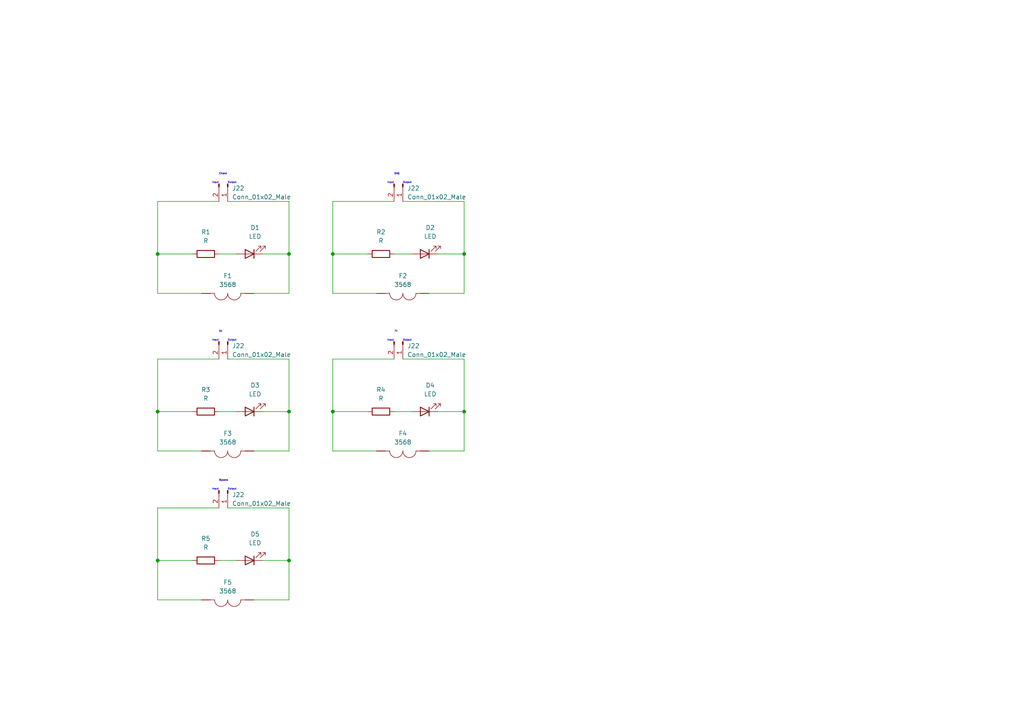
<source format=kicad_sch>
(kicad_sch (version 20230121) (generator eeschema)
  (paper "A4")
  (lib_symbols
    (symbol "3568:3568" (pin_numbers hide) (pin_names (offset 1.016) hide)
      (property "Reference" "F" (at -2.54 5.08 0))
      (property "Value" "3568" (at -2.54 -5.08 0))
      (symbol "3568_0_0"
        (arc (start -3.81 0) (mid -1.905 -1.8967) (end 0 0) (stroke (width 0.1524)))
        (polyline (pts (xy -5.08 0) (xy -3.81 0)) (stroke (width 0.1524)))
        (polyline (pts (xy 5.08 0) (xy 3.81 0)) (stroke (width 0.1524)))
        (arc (start 0 0) (mid 1.905 -1.8967) (end 3.81 0) (stroke (width 0.1524)))
        (pin passive line (at -7.62 0 0) (length 2.54) (name "~") (number "1"))
        (pin passive line (at 7.62 0 180) (length 2.54) (name "~") (number "2"))
        (pin passive line (at -7.62 0 0) (length 2.54) (name "~") (number "3"))
        (pin passive line (at 7.62 0 180) (length 2.54) (name "~") (number "4"))
      )
    )
    (symbol "Device:LED" (pin_numbers hide) (pin_names (offset 1.016) hide)
      (property "Reference" "D" (at 0 2.54 0))
      (property "Value" "LED" (at 0 -2.54 0))
      (symbol "LED_0_1"
        (polyline (pts (xy -1.27 -1.27) (xy -1.27 1.27)) (stroke (width 0.254)))
        (polyline (pts (xy -1.27 0) (xy 1.27 0)))
        (polyline (pts (xy 1.27 -1.27) (xy 1.27 1.27) (xy -1.27 0) (xy 1.27 -1.27)) (stroke (width 0.254)))
        (polyline (pts (xy -3.048 -0.762) (xy -4.572 -2.286) (xy -3.81 -2.286) (xy -4.572 -2.286) (xy -4.572 -1.524)))
        (polyline (pts (xy -1.778 -0.762) (xy -3.302 -2.286) (xy -2.54 -2.286) (xy -3.302 -2.286) (xy -3.302 -1.524)))
      )
      (symbol "LED_1_1"
        (pin passive line (at -3.81 0 0) (length 2.54) (name "K") (number "1"))
        (pin passive line (at 3.81 0 180) (length 2.54) (name "A") (number "2"))
      )
    )
    (symbol "Device:R" (pin_numbers hide) (pin_names (offset 0))
      (property "Reference" "R" (at 2.032 0 90))
      (property "Value" "R" (at 0 0 90))
      (symbol "R_0_1"
        (rectangle (start -1.016 -2.54) (end 1.016 2.54) (stroke (width 0.254)))
      )
      (symbol "R_1_1"
        (pin passive line (at 0 3.81 270) (length 1.27) (name "~") (number "1"))
        (pin passive line (at 0 -3.81 90) (length 1.27) (name "~") (number "2"))
      )
    )
    (symbol "Motherboard_2023-rescue:Conn_01x02_Male-Connector" (pin_names (offset 1.016) hide)
      (property "Reference" "J" (at 0 2.54 0))
      (property "Value" "Connector_Conn_01x02_Male" (at 0 -5.08 0))
      (symbol "Conn_01x02_Male-Connector_1_1"
        (polyline (pts (xy 1.27 -2.54) (xy 0.8636 -2.54)) (stroke (width 0.1524)))
        (polyline (pts (xy 1.27 0) (xy 0.8636 0)) (stroke (width 0.1524)))
        (rectangle (start 0.8636 -2.413) (end 0 -2.667) (stroke (width 0.1524)) (fill (type outline)))
        (rectangle (start 0.8636 0.127) (end 0 -0.127) (stroke (width 0.1524)) (fill (type outline)))
        (pin passive line (at 5.08 0 180) (length 3.81) (name "Pin_1") (number "1"))
        (pin passive line (at 5.08 -2.54 180) (length 3.81) (name "Pin_2") (number "2"))
      )
    )
  )
  (junction (at 134.62 73.66))
  (junction (at 45.72 119.38))
  (junction (at 83.82 73.66))
  (junction (at 96.52 73.66))
  (junction (at 45.72 73.66))
  (junction (at 83.82 119.38))
  (junction (at 96.52 119.38))
  (junction (at 134.62 119.38))
  (junction (at 83.82 162.56))
  (junction (at 45.72 162.56))
  (wire (pts (xy 45.72 85.09) (xy 45.72 73.66)))
  (wire (pts (xy 83.82 73.66) (xy 83.82 85.09)))
  (wire (pts (xy 116.84 104.14) (xy 134.62 104.14)))
  (wire (pts (xy 83.82 130.81) (xy 73.66 130.81)))
  (wire (pts (xy 114.3 73.66) (xy 119.38 73.66)))
  (wire (pts (xy 96.52 85.09) (xy 96.52 73.66)))
  (wire (pts (xy 96.52 73.66) (xy 106.68 73.66)))
  (wire (pts (xy 134.62 73.66) (xy 134.62 85.09)))
  (wire (pts (xy 45.72 147.32) (xy 45.72 162.56)))
  (wire (pts (xy 45.72 162.56) (xy 55.88 162.56)))
  (wire (pts (xy 66.04 147.32) (xy 83.82 147.32)))
  (wire (pts (xy 114.3 58.42) (xy 96.52 58.42)))
  (wire (pts (xy 76.2 73.66) (xy 83.82 73.66)))
  (wire (pts (xy 45.72 104.14) (xy 45.72 119.38)))
  (wire (pts (xy 127 119.38) (xy 134.62 119.38)))
  (wire (pts (xy 63.5 73.66) (xy 68.58 73.66)))
  (wire (pts (xy 58.42 173.99) (xy 45.72 173.99)))
  (wire (pts (xy 45.72 73.66) (xy 55.88 73.66)))
  (wire (pts (xy 66.04 104.14) (xy 83.82 104.14)))
  (wire (pts (xy 63.5 162.56) (xy 68.58 162.56)))
  (wire (pts (xy 127 73.66) (xy 134.62 73.66)))
  (wire (pts (xy 83.82 104.14) (xy 83.82 119.38)))
  (wire (pts (xy 45.72 130.81) (xy 45.72 119.38)))
  (wire (pts (xy 66.04 58.42) (xy 83.82 58.42)))
  (wire (pts (xy 63.5 104.14) (xy 45.72 104.14)))
  (wire (pts (xy 58.42 85.09) (xy 45.72 85.09)))
  (wire (pts (xy 58.42 130.81) (xy 45.72 130.81)))
  (wire (pts (xy 83.82 162.56) (xy 83.82 173.99)))
  (wire (pts (xy 134.62 130.81) (xy 124.46 130.81)))
  (wire (pts (xy 134.62 104.14) (xy 134.62 119.38)))
  (wire (pts (xy 76.2 162.56) (xy 83.82 162.56)))
  (wire (pts (xy 134.62 85.09) (xy 124.46 85.09)))
  (wire (pts (xy 76.2 119.38) (xy 83.82 119.38)))
  (wire (pts (xy 83.82 173.99) (xy 73.66 173.99)))
  (wire (pts (xy 134.62 58.42) (xy 134.62 73.66)))
  (wire (pts (xy 83.82 147.32) (xy 83.82 162.56)))
  (wire (pts (xy 109.22 130.81) (xy 96.52 130.81)))
  (wire (pts (xy 96.52 58.42) (xy 96.52 73.66)))
  (wire (pts (xy 45.72 58.42) (xy 45.72 73.66)))
  (wire (pts (xy 63.5 119.38) (xy 68.58 119.38)))
  (wire (pts (xy 83.82 85.09) (xy 73.66 85.09)))
  (wire (pts (xy 83.82 119.38) (xy 83.82 130.81)))
  (wire (pts (xy 96.52 119.38) (xy 106.68 119.38)))
  (wire (pts (xy 116.84 58.42) (xy 134.62 58.42)))
  (wire (pts (xy 109.22 85.09) (xy 96.52 85.09)))
  (wire (pts (xy 63.5 58.42) (xy 45.72 58.42)))
  (wire (pts (xy 96.52 130.81) (xy 96.52 119.38)))
  (wire (pts (xy 45.72 173.99) (xy 45.72 162.56)))
  (wire (pts (xy 114.3 119.38) (xy 119.38 119.38)))
  (wire (pts (xy 63.5 147.32) (xy 45.72 147.32)))
  (wire (pts (xy 96.52 104.14) (xy 96.52 119.38)))
  (wire (pts (xy 114.3 104.14) (xy 96.52 104.14)))
  (wire (pts (xy 134.62 119.38) (xy 134.62 130.81)))
  (wire (pts (xy 45.72 119.38) (xy 55.88 119.38)))
  (wire (pts (xy 83.82 58.42) (xy 83.82 73.66)))
  (text "Choke\n" (at 63.5 50.8 0) (effects (font (size 0.5 0.5) (thickness 0.1016) bold) (justify left bottom)))
  (text "7V\n" (at 114.3 96.52 0) (effects (font (size 0.5 0.5) (thickness 0.1016) bold) (justify left bottom)))
  (text "DAQ" (at 114.3 50.8 0) (effects (font (size 0.5 0.5) (thickness 0.1016) bold) (justify left bottom)))
  (text "5V" (at 63.5 96.52 0) (effects (font (size 0.5 0.5) (thickness 0.1016) bold) (justify left bottom)))
  (text "Output" (at 116.84 53.34 0) (effects (font (size 0.5 0.5) (thickness 0.1016) bold) (justify left bottom)))
  (text "Input" (at 63.5 53.34 0) (effects (font (size 0.5 0.5) (thickness 0.1016) bold) (justify right bottom)))
  (text "Input" (at 63.5 142.24 0) (effects (font (size 0.5 0.5) (thickness 0.1016) bold) (justify right bottom)))
  (text "Input" (at 114.3 53.34 0) (effects (font (size 0.5 0.5) (thickness 0.1016) bold) (justify right bottom)))
  (text "Output" (at 116.84 99.06 0) (effects (font (size 0.5 0.5) (thickness 0.1016) bold) (justify left bottom)))
  (text "Bypass" (at 63.5 139.7 0) (effects (font (size 0.5 0.5) (thickness 0.1016) bold) (justify left bottom)))
  (text "Output" (at 66.04 53.34 0) (effects (font (size 0.5 0.5) (thickness 0.1016) bold) (justify left bottom)))
  (text "Input" (at 114.3 99.06 0) (effects (font (size 0.5 0.5) (thickness 0.1016) bold) (justify right bottom)))
  (text "Input" (at 63.5 99.06 0) (effects (font (size 0.5 0.5) (thickness 0.1016) bold) (justify right bottom)))
  (text "Output" (at 66.04 142.24 0) (effects (font (size 0.5 0.5) (thickness 0.1016) bold) (justify left bottom)))
  (text "Output" (at 66.04 99.06 0) (effects (font (size 0.5 0.5) (thickness 0.1016) bold) (justify left bottom)))
  (symbol (lib_id "Device:LED") (at 72.39 119.38 180) (unit 1)
    (property "Reference" "D3" (at 73.9775 111.76 0))
    (property "Value" "LED" (at 73.9775 114.3 0))
  )
  (symbol (lib_id "Device:R") (at 59.69 162.56 90) (unit 1)
    (property "Reference" "R5" (at 59.69 156.21 90))
    (property "Value" "R" (at 59.69 158.75 90))
  )
  (symbol (lib_id "3568:3568") (at 66.04 130.81 0) (unit 1)
    (property "Reference" "F3" (at 66.04 125.73 0))
    (property "Value" "3568" (at 66.04 128.27 0))
    (property "Footprint" "FUSE_3568" (effects hide))
    (property "MAXIMUM_PACKAGE_HEIGHT" "7.37" (effects hide))
    (property "MANUFACTURER" "Keystone Electronics Corp." (effects hide))
    (property "STANDARD" "Manufacturer Recommendations" (effects hide))
    (property "PARTREV" "C" (effects hide))
  )
  (symbol (lib_id "Motherboard_2023-rescue:Conn_01x02_Male-Connector") (at 66.04 99.06 270) (unit 1)
    (property "Reference" "J22" (at 67.31 100.33 90) (effects (justify left)))
    (property "Value" "Conn_01x02_Male" (at 67.31 102.87 90) (effects (justify left)))
    (property "Footprint" "TerminalBlock_Phoenix:TerminalBlock_Phoenix_MKDS-1,5-2-5.08_1x02_P5.08mm_Horizontal" (effects hide))
    (instances (project "Motherboard_2023" (path "" (reference "J22") (unit 1)) (path "" (reference "J22") (unit 1))) (project "Motherboard23-24" (path "" (reference "J4") (unit 1))))
  )
  (symbol (lib_id "Motherboard_2023-rescue:Conn_01x02_Male-Connector") (at 116.84 53.34 270) (unit 1)
    (property "Reference" "J22" (at 118.11 54.61 90) (effects (justify left)))
    (property "Value" "Conn_01x02_Male" (at 118.11 57.15 90) (effects (justify left)))
    (property "Footprint" "TerminalBlock_Phoenix:TerminalBlock_Phoenix_MKDS-1,5-2-5.08_1x02_P5.08mm_Horizontal" (effects hide))
    (instances (project "Motherboard_2023" (path "" (reference "J22") (unit 1)) (path "" (reference "J22") (unit 1))) (project "Motherboard23-24" (path "" (reference "J3") (unit 1))))
  )
  (symbol (lib_id "Device:LED") (at 72.39 73.66 180) (unit 1)
    (property "Reference" "D1" (at 73.9775 66.04 0))
    (property "Value" "LED" (at 73.9775 68.58 0))
  )
  (symbol (lib_id "Motherboard_2023-rescue:Conn_01x02_Male-Connector") (at 116.84 99.06 270) (unit 1)
    (property "Reference" "J22" (at 118.11 100.33 90) (effects (justify left)))
    (property "Value" "Conn_01x02_Male" (at 118.11 102.87 90) (effects (justify left)))
    (property "Footprint" "TerminalBlock_Phoenix:TerminalBlock_Phoenix_MKDS-1,5-2-5.08_1x02_P5.08mm_Horizontal" (effects hide))
    (instances (project "Motherboard_2023" (path "" (reference "J22") (unit 1)) (path "" (reference "J22") (unit 1))) (project "Motherboard23-24" (path "" (reference "J5") (unit 1))))
  )
  (symbol (lib_id "Device:R") (at 59.69 119.38 90) (unit 1)
    (property "Reference" "R3" (at 59.69 113.03 90))
    (property "Value" "R" (at 59.69 115.57 90))
  )
  (symbol (lib_id "Device:R") (at 110.49 73.66 90) (unit 1)
    (property "Reference" "R2" (at 110.49 67.31 90))
    (property "Value" "R" (at 110.49 69.85 90))
  )
  (symbol (lib_id "3568:3568") (at 66.04 173.99 0) (unit 1)
    (property "Reference" "F5" (at 66.04 168.91 0))
    (property "Value" "3568" (at 66.04 171.45 0))
    (property "Footprint" "FUSE_3568" (effects hide))
    (property "MAXIMUM_PACKAGE_HEIGHT" "7.37" (effects hide))
    (property "MANUFACTURER" "Keystone Electronics Corp." (effects hide))
    (property "STANDARD" "Manufacturer Recommendations" (effects hide))
    (property "PARTREV" "C" (effects hide))
  )
  (symbol (lib_id "Device:LED") (at 72.39 162.56 180) (unit 1)
    (property "Reference" "D5" (at 73.9775 154.94 0))
    (property "Value" "LED" (at 73.9775 157.48 0))
  )
  (symbol (lib_id "3568:3568") (at 116.84 85.09 0) (unit 1)
    (property "Reference" "F2" (at 116.84 80.01 0))
    (property "Value" "3568" (at 116.84 82.55 0))
    (property "Footprint" "FUSE_3568" (effects hide))
    (property "MAXIMUM_PACKAGE_HEIGHT" "7.37" (effects hide))
    (property "MANUFACTURER" "Keystone Electronics Corp." (effects hide))
    (property "STANDARD" "Manufacturer Recommendations" (effects hide))
    (property "PARTREV" "C" (effects hide))
  )
  (symbol (lib_id "3568:3568") (at 66.04 85.09 0) (unit 1)
    (property "Reference" "F1" (at 66.04 80.01 0))
    (property "Value" "3568" (at 66.04 82.55 0))
    (property "Footprint" "FUSE_3568" (effects hide))
    (property "MAXIMUM_PACKAGE_HEIGHT" "7.37" (effects hide))
    (property "MANUFACTURER" "Keystone Electronics Corp." (effects hide))
    (property "STANDARD" "Manufacturer Recommendations" (effects hide))
    (property "PARTREV" "C" (effects hide))
  )
  (symbol (lib_id "Device:R") (at 59.69 73.66 90) (unit 1)
    (property "Reference" "R1" (at 59.69 67.31 90))
    (property "Value" "R" (at 59.69 69.85 90))
  )
  (symbol (lib_id "3568:3568") (at 116.84 130.81 0) (unit 1)
    (property "Reference" "F4" (at 116.84 125.73 0))
    (property "Value" "3568" (at 116.84 128.27 0))
    (property "Footprint" "FUSE_3568" (effects hide))
    (property "MAXIMUM_PACKAGE_HEIGHT" "7.37" (effects hide))
    (property "MANUFACTURER" "Keystone Electronics Corp." (effects hide))
    (property "STANDARD" "Manufacturer Recommendations" (effects hide))
    (property "PARTREV" "C" (effects hide))
  )
  (symbol (lib_id "Device:R") (at 110.49 119.38 90) (unit 1)
    (property "Reference" "R4" (at 110.49 113.03 90))
    (property "Value" "R" (at 110.49 115.57 90))
  )
  (symbol (lib_id "Motherboard_2023-rescue:Conn_01x02_Male-Connector") (at 66.04 142.24 270) (unit 1)
    (property "Reference" "J22" (at 67.31 143.51 90) (effects (justify left)))
    (property "Value" "Conn_01x02_Male" (at 67.31 146.05 90) (effects (justify left)))
    (property "Footprint" "TerminalBlock_Phoenix:TerminalBlock_Phoenix_MKDS-1,5-2-5.08_1x02_P5.08mm_Horizontal" (effects hide))
    (instances (project "Motherboard_2023" (path "" (reference "J22") (unit 1)) (path "" (reference "J22") (unit 1))) (project "Motherboard23-24" (path "" (reference "J6") (unit 1))))
  )
  (symbol (lib_id "Motherboard_2023-rescue:Conn_01x02_Male-Connector") (at 66.04 53.34 270) (unit 1)
    (property "Reference" "J22" (at 67.31 54.61 90) (effects (justify left)))
    (property "Value" "Conn_01x02_Male" (at 67.31 57.15 90) (effects (justify left)))
    (property "Footprint" "TerminalBlock_Phoenix:TerminalBlock_Phoenix_MKDS-1,5-2-5.08_1x02_P5.08mm_Horizontal" (effects hide))
    (instances (project "Motherboard_2023" (path "" (reference "J22") (unit 1)) (path "" (reference "J22") (unit 1))) (project "Motherboard23-24" (path "" (reference "J2") (unit 1))))
  )
  (symbol (lib_id "Device:LED") (at 123.19 119.38 180) (unit 1)
    (property "Reference" "D4" (at 124.7775 111.76 0))
    (property "Value" "LED" (at 124.7775 114.3 0))
  )
  (symbol (lib_id "Device:LED") (at 123.19 73.66 180) (unit 1)
    (property "Reference" "D2" (at 124.7775 66.04 0))
    (property "Value" "LED" (at 124.7775 68.58 0))
  )
)
</source>
